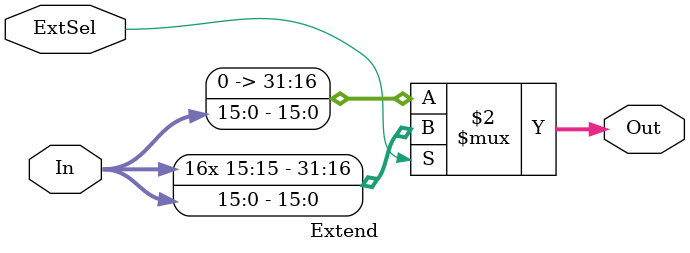
<source format=v>
`timescale 1ns / 1ps


module Extend(
        input [15:0] In,
        input ExtSel,
        
        output [31:0] Out
    );
    
    assign Out = (ExtSel == 0) ? {{16{1'b0}},In} : {{16{In[15]}},In};
    
endmodule

</source>
